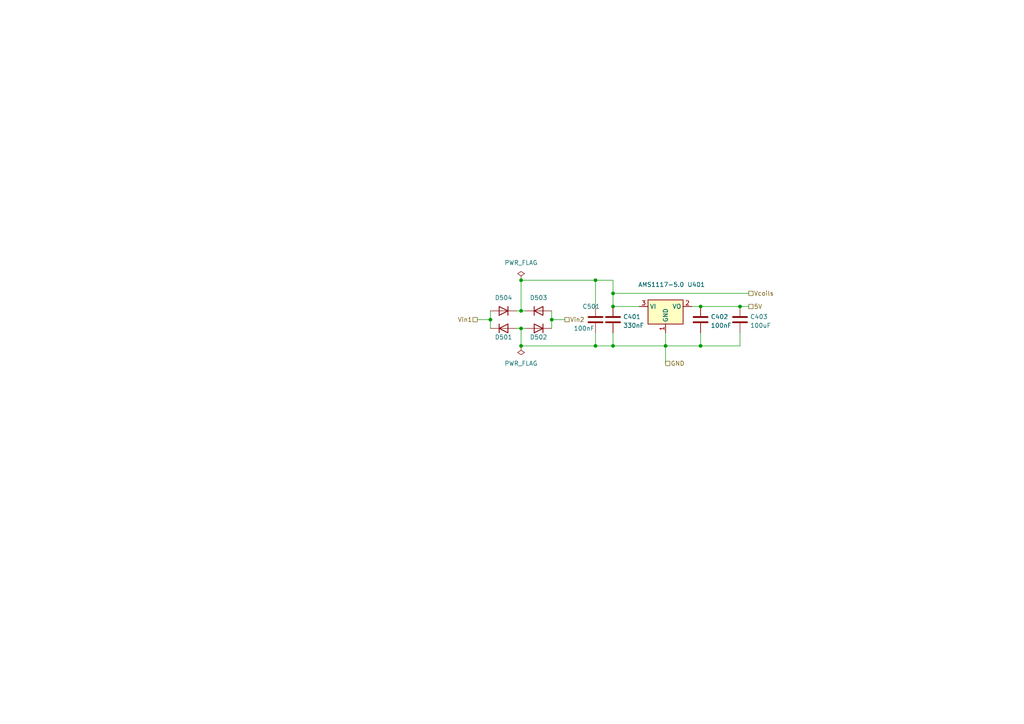
<source format=kicad_sch>
(kicad_sch (version 20231120) (generator "eeschema") (generator_version "8.0")
  (paper "A4")
  (lib_symbols
    (symbol "Device:C" (pin_numbers hide) (pin_names (offset 0.254))
      (property "Reference" "C" (at 0.635 2.54 0))
      (property "Value" "C" (at 0.635 -2.54 0))
      (symbol "C_0_1"
        (polyline (pts (xy -2.032 -0.762) (xy 2.032 -0.762)) (stroke (width 0.508)))
        (polyline (pts (xy -2.032 0.762) (xy 2.032 0.762)) (stroke (width 0.508)))
      )
      (symbol "C_1_1"
        (pin passive line (at 0 3.81 270) (length 2.794) (name "~") (number "1"))
        (pin passive line (at 0 -3.81 90) (length 2.794) (name "~") (number "2"))
      )
    )
    (symbol "custom_kicad_lib_sk:AMS1117-5.0"
      (property "Reference" "U" (at -3.81 3.175 0))
      (property "Value" "AMS1117-5.0" (at 0 3.175 0))
      (symbol "AMS1117-5.0_0_1"
        (rectangle (start -5.08 1.905) (end 5.08 -5.08) (stroke (width 0.254)) (fill (type background)))
      )
      (symbol "AMS1117-5.0_1_1"
        (pin power_in line (at 0 -7.62 90) (length 2.54) (name "GND") (number "1"))
        (pin power_out line (at 7.62 0 180) (length 2.54) (name "VO") (number "2"))
        (pin power_in line (at -7.62 0 0) (length 2.54) (name "VI") (number "3"))
      )
    )
    (symbol "custom_kicad_lib_sk:SS53" (pin_numbers hide) (pin_names (offset 1.016) hide)
      (property "Reference" "D" (at 0 2.54 0))
      (symbol "SS53_0_1"
        (polyline (pts (xy -1.27 2.54) (xy -1.27 0)) (stroke (width 0.254)))
        (polyline (pts (xy 1.27 1.27) (xy -1.27 1.27)))
        (polyline (pts (xy 1.27 2.54) (xy 1.27 0) (xy -1.27 1.27) (xy 1.27 2.54)) (stroke (width 0.254)))
      )
      (symbol "SS53_1_1"
        (pin passive line (at -3.81 1.27 0) (length 2.54) (name "K") (number "1"))
        (pin passive line (at 3.81 1.27 180) (length 2.54) (name "A") (number "2"))
      )
    )
    (symbol "power:PWR_FLAG" (power) (pin_numbers hide) (pin_names (offset 0) hide)
      (property "Value" "PWR_FLAG" (at 0 3.81 0))
      (symbol "PWR_FLAG_0_0"
        (pin power_out line (at 0 0 90) (length 0) (name "pwr") (number "1"))
      )
      (symbol "PWR_FLAG_0_1"
        (polyline (pts (xy 0 0) (xy 0 1.27) (xy -1.016 1.905) (xy 0 2.54) (xy 1.016 1.905) (xy 0 1.27)))
      )
    )
  )
  (junction (at 203.2 88.9))
  (junction (at 172.72 81.28))
  (junction (at 172.72 100.33))
  (junction (at 214.63 88.9))
  (junction (at 177.8 85.09))
  (junction (at 177.8 88.9))
  (junction (at 142.24 92.71))
  (junction (at 151.13 81.28))
  (junction (at 160.02 92.71))
  (junction (at 193.04 100.33))
  (junction (at 177.8 100.33))
  (junction (at 151.13 95.25))
  (junction (at 151.13 100.33))
  (junction (at 151.13 90.17))
  (junction (at 203.2 100.33))
  (wire (pts (xy 177.8 88.9) (xy 185.42 88.9)))
  (wire (pts (xy 203.2 100.33) (xy 214.63 100.33)))
  (wire (pts (xy 149.86 90.17) (xy 151.13 90.17)))
  (wire (pts (xy 160.02 92.71) (xy 163.83 92.71)))
  (wire (pts (xy 151.13 81.28) (xy 172.72 81.28)))
  (wire (pts (xy 142.24 90.17) (xy 142.24 92.71)))
  (wire (pts (xy 203.2 96.52) (xy 203.2 100.33)))
  (wire (pts (xy 217.17 85.09) (xy 177.8 85.09)))
  (wire (pts (xy 160.02 90.17) (xy 160.02 92.71)))
  (wire (pts (xy 172.72 96.52) (xy 172.72 100.33)))
  (wire (pts (xy 177.8 100.33) (xy 193.04 100.33)))
  (wire (pts (xy 214.63 96.52) (xy 214.63 100.33)))
  (wire (pts (xy 172.72 100.33) (xy 177.8 100.33)))
  (wire (pts (xy 177.8 85.09) (xy 177.8 88.9)))
  (wire (pts (xy 151.13 81.28) (xy 151.13 90.17)))
  (wire (pts (xy 151.13 90.17) (xy 152.4 90.17)))
  (wire (pts (xy 214.63 88.9) (xy 217.17 88.9)))
  (wire (pts (xy 151.13 95.25) (xy 152.4 95.25)))
  (wire (pts (xy 172.72 81.28) (xy 177.8 81.28)))
  (wire (pts (xy 193.04 96.52) (xy 193.04 100.33)))
  (wire (pts (xy 177.8 96.52) (xy 177.8 100.33)))
  (wire (pts (xy 138.43 92.71) (xy 142.24 92.71)))
  (wire (pts (xy 177.8 81.28) (xy 177.8 85.09)))
  (wire (pts (xy 172.72 81.28) (xy 172.72 88.9)))
  (wire (pts (xy 151.13 95.25) (xy 151.13 100.33)))
  (wire (pts (xy 151.13 100.33) (xy 172.72 100.33)))
  (wire (pts (xy 149.86 95.25) (xy 151.13 95.25)))
  (wire (pts (xy 193.04 100.33) (xy 203.2 100.33)))
  (wire (pts (xy 200.66 88.9) (xy 203.2 88.9)))
  (wire (pts (xy 160.02 92.71) (xy 160.02 95.25)))
  (wire (pts (xy 193.04 100.33) (xy 193.04 105.41)))
  (wire (pts (xy 142.24 92.71) (xy 142.24 95.25)))
  (wire (pts (xy 203.2 88.9) (xy 214.63 88.9)))
  (hierarchical_label "Vin2" (shape passive) (at 163.83 92.71 0))
  (hierarchical_label "Vin1" (shape passive) (at 138.43 92.71 180))
  (hierarchical_label "GND" (shape passive) (at 193.04 105.41 0))
  (hierarchical_label "Vcoils" (shape passive) (at 217.17 85.09 0))
  (hierarchical_label "5V" (shape passive) (at 217.17 88.9 0))
  (symbol (lib_id "Device:C") (at 203.2 92.71 0) (unit 1)
    (property "Reference" "C402" (at 206.121 91.8753 0) (effects (justify left)))
    (property "Value" "100nF" (at 206.121 94.4122 0) (effects (justify left)))
    (property "Footprint" "Capacitor_SMD:C_0603_1608Metric_Pad1.08x0.95mm_HandSolder" (effects (hide yes)))
    (property "JLCPCB Part#" "C14663" (effects (hide yes)))
  )
  (symbol (lib_id "power:PWR_FLAG") (at 151.13 81.28 0) (unit 1)
    (property "Reference" "#FLG01" (effects (hide yes)))
    (property "Value" "PWR_FLAG" (at 151.13 76.2 0))
  )
  (symbol (lib_id "custom_kicad_lib_sk:AMS1117-5.0") (at 193.04 88.9 0) (unit 1)
    (property "Reference" "U401" (at 201.93 82.55 0))
    (property "Value" "AMS1117-5.0" (at 191.77 82.55 0))
    (property "Footprint" "Package_TO_SOT_SMD:SOT-223-3_TabPin2" (effects (hide yes)))
    (property "Datasheet" "http://www.advanced-monolithic.com/pdf/ds1117.pdf" (effects (hide yes)))
    (property "Description" "1A Low Dropout regulator, positive, 5.0V fixed output, SOT-223" (effects (hide yes)))
    (property "JLCPCB Part#" "C6187" (effects (hide yes)))
  )
  (symbol (lib_id "custom_kicad_lib_sk:SS53") (at 156.21 93.98 180) (unit 1)
    (property "Reference" "D502" (at 156.21 97.79 0))
    (property "Value" "SS53" (effects (hide yes)))
    (property "Footprint" "Diode_SMD:D_SMA" (effects (hide yes)))
    (property "Description" "Diode" (effects (hide yes)))
    (property "Sim.Device" "D" (effects (hide yes)))
    (property "Sim.Pins" "1=K 2=A" (effects (hide yes)))
    (property "JLCPCB Part#" "C8678" (effects (hide yes)))
  )
  (symbol (lib_id "Device:C") (at 172.72 92.71 0) (unit 1)
    (property "Reference" "C501" (at 168.91 88.9 0) (effects (justify left)))
    (property "Value" "100nF" (at 166.37 95.25 0) (effects (justify left)))
    (property "Footprint" "Capacitor_SMD:C_0603_1608Metric_Pad1.08x0.95mm_HandSolder" (effects (hide yes)))
    (property "JLCPCB Part#" "C14663" (effects (hide yes)))
  )
  (symbol (lib_id "custom_kicad_lib_sk:SS53") (at 146.05 96.52 0) (unit 1)
    (property "Reference" "D501" (at 146.05 97.79 0))
    (property "Value" "SS53" (effects (hide yes)))
    (property "Footprint" "Diode_SMD:D_SMA" (effects (hide yes)))
    (property "Description" "Diode" (effects (hide yes)))
    (property "Sim.Device" "D" (effects (hide yes)))
    (property "Sim.Pins" "1=K 2=A" (effects (hide yes)))
    (property "JLCPCB Part#" "C8678" (effects (hide yes)))
  )
  (symbol (lib_id "custom_kicad_lib_sk:SS53") (at 146.05 88.9 180) (unit 1)
    (property "Reference" "D504" (at 146.05 86.36 0))
    (property "Value" "SS53" (effects (hide yes)))
    (property "Footprint" "Diode_SMD:D_SMA" (effects (hide yes)))
    (property "Description" "Diode" (effects (hide yes)))
    (property "Sim.Device" "D" (effects (hide yes)))
    (property "Sim.Pins" "1=K 2=A" (effects (hide yes)))
    (property "JLCPCB Part#" "C8678" (effects (hide yes)))
  )
  (symbol (lib_id "Device:C") (at 177.8 92.71 0) (unit 1)
    (property "Reference" "C401" (at 180.721 91.8753 0) (effects (justify left)))
    (property "Value" "330nF" (at 180.721 94.4122 0) (effects (justify left)))
    (property "Footprint" "Capacitor_SMD:C_0603_1608Metric_Pad1.08x0.95mm_HandSolder" (effects (hide yes)))
    (property "JLCPCB Part#" "C1615" (effects (hide yes)))
  )
  (symbol (lib_id "custom_kicad_lib_sk:SS53") (at 156.21 91.44 0) (unit 1)
    (property "Reference" "D503" (at 156.21 86.36 0))
    (property "Value" "SS53" (effects (hide yes)))
    (property "Footprint" "Diode_SMD:D_SMA" (effects (hide yes)))
    (property "Description" "Diode" (effects (hide yes)))
    (property "Sim.Device" "D" (effects (hide yes)))
    (property "Sim.Pins" "1=K 2=A" (effects (hide yes)))
    (property "JLCPCB Part#" "C8678" (effects (hide yes)))
  )
  (symbol (lib_id "Device:C") (at 214.63 92.71 0) (unit 1)
    (property "Reference" "C403" (at 217.551 91.8753 0) (effects (justify left)))
    (property "Value" "100uF" (at 217.551 94.4122 0) (effects (justify left)))
    (property "Footprint" "Capacitor_SMD:C_1206_3216Metric_Pad1.33x1.80mm_HandSolder" (effects (hide yes)))
    (property "JLCPCB Part#" "C15008" (effects (hide yes)))
  )
  (symbol (lib_id "power:PWR_FLAG") (at 151.13 100.33 180) (unit 1)
    (property "Reference" "#FLG02" (effects (hide yes)))
    (property "Value" "PWR_FLAG" (at 151.13 105.41 0))
  )
)
</source>
